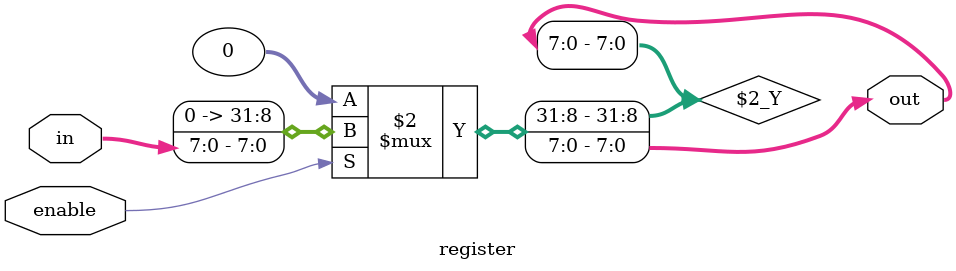
<source format=v>
module register #(
    parameter SIZE = 8 ) (
    output [SIZE-1:0] out,
    input [SIZE-1:0] in,
    input enable );
    assign out = enable?in:0;
endmodule
</source>
